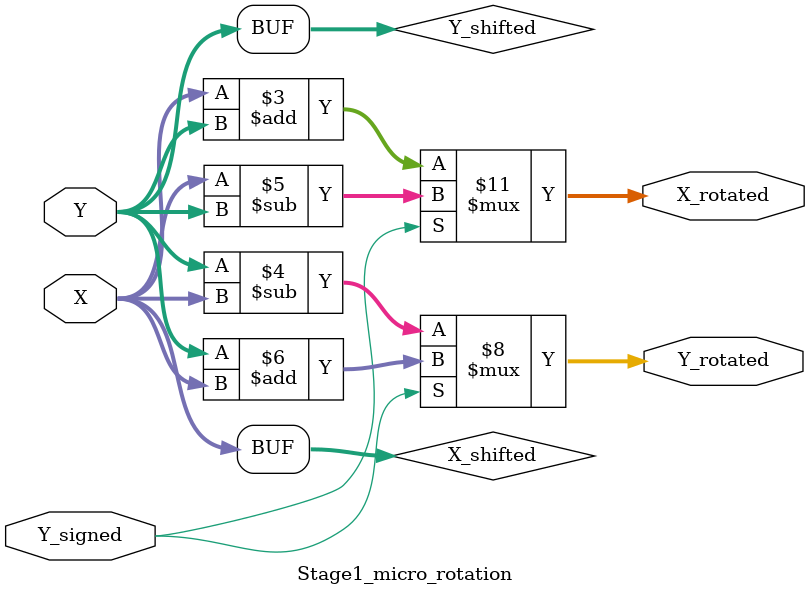
<source format=v>
`timescale 1ns / 1ps

module Stage1_micro_rotation(X, Y, Y_signed, X_rotated, Y_rotated);
input [13:0] X, Y;
input Y_signed;
output [13:0] X_rotated, Y_rotated;

// input
wire signed [13:0] X, Y;        // S1.12  (14bits)
wire signed Y_signed;           // ¦P¤@­Ó stage Y ªº signed bit¡A¨M©w X¡BY ­n¥[©Î´î

// output
reg signed [13:0] X_rotated, Y_rotated;       // S1.12  (14bits)

reg signed [13:0] X_shifted, Y_shifted;

always@ (X or Y or Y_signed)
begin
    X_shifted = X;          // ²Ä¤@­Ó stage ¤£¥Î¦ì²¾
    Y_shifted = Y;
    
    if(Y_signed == 1'b0)
    begin
        X_rotated = X + Y_shifted;
        Y_rotated = Y - X_shifted;
    end
    
    else
    begin
        X_rotated = X - Y_shifted;
        Y_rotated = Y + X_shifted;
    end
end

endmodule

</source>
